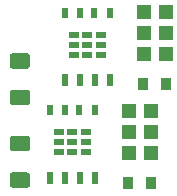
<source format=gbr>
%TF.GenerationSoftware,KiCad,Pcbnew,(5.1.9)-1*%
%TF.CreationDate,2021-11-14T21:39:45-06:00*%
%TF.ProjectId,BLDC_Cont,424c4443-5f43-46f6-9e74-2e6b69636164,rev?*%
%TF.SameCoordinates,Original*%
%TF.FileFunction,Paste,Bot*%
%TF.FilePolarity,Positive*%
%FSLAX46Y46*%
G04 Gerber Fmt 4.6, Leading zero omitted, Abs format (unit mm)*
G04 Created by KiCad (PCBNEW (5.1.9)-1) date 2021-11-14 21:39:45*
%MOMM*%
%LPD*%
G01*
G04 APERTURE LIST*
%ADD10R,0.900000X0.600000*%
%ADD11R,0.600000X0.900000*%
%ADD12R,0.600000X1.050000*%
%ADD13R,1.300000X1.200000*%
%ADD14R,0.950000X1.000000*%
G04 APERTURE END LIST*
D10*
%TO.C,Q1*%
X177165000Y-111375000D03*
D11*
X176565000Y-108675000D03*
D12*
X175255000Y-114395000D03*
X176525000Y-114395000D03*
X179075000Y-114395000D03*
X177805000Y-114395000D03*
D11*
X177765000Y-108675000D03*
X175285000Y-108675000D03*
X179045000Y-108675000D03*
D10*
X177165000Y-112225000D03*
X177165000Y-110525000D03*
X176015000Y-110525000D03*
X176015000Y-112225000D03*
X176015000Y-111375000D03*
X178315000Y-110525000D03*
X178315000Y-112225000D03*
X178315000Y-111375000D03*
%TD*%
D13*
%TO.C,D1*%
X183780000Y-108585000D03*
X181980000Y-108585000D03*
X183780000Y-110385000D03*
X183780000Y-112185000D03*
X181980000Y-110385000D03*
X181980000Y-112185000D03*
D14*
X183850000Y-114735000D03*
X181910000Y-114735000D03*
%TD*%
%TO.C,D2*%
X180640000Y-123095000D03*
X182580000Y-123095000D03*
D13*
X180710000Y-120545000D03*
X180710000Y-118745000D03*
X182510000Y-120545000D03*
X182510000Y-118745000D03*
X180710000Y-116945000D03*
X182510000Y-116945000D03*
%TD*%
D10*
%TO.C,Q2*%
X177045000Y-119630000D03*
X177045000Y-120480000D03*
X177045000Y-118780000D03*
X174745000Y-119630000D03*
X174745000Y-120480000D03*
X174745000Y-118780000D03*
X175895000Y-118780000D03*
X175895000Y-120480000D03*
D11*
X177775000Y-116930000D03*
X174015000Y-116930000D03*
X176495000Y-116930000D03*
D12*
X176535000Y-122650000D03*
X177805000Y-122650000D03*
X175255000Y-122650000D03*
X173985000Y-122650000D03*
D11*
X175295000Y-116930000D03*
D10*
X175895000Y-119630000D03*
%TD*%
%TO.C,R1*%
G36*
G01*
X172075001Y-116500000D02*
X170824999Y-116500000D01*
G75*
G02*
X170575000Y-116250001I0J249999D01*
G01*
X170575000Y-115449999D01*
G75*
G02*
X170824999Y-115200000I249999J0D01*
G01*
X172075001Y-115200000D01*
G75*
G02*
X172325000Y-115449999I0J-249999D01*
G01*
X172325000Y-116250001D01*
G75*
G02*
X172075001Y-116500000I-249999J0D01*
G01*
G37*
G36*
G01*
X172075001Y-113400000D02*
X170824999Y-113400000D01*
G75*
G02*
X170575000Y-113150001I0J249999D01*
G01*
X170575000Y-112349999D01*
G75*
G02*
X170824999Y-112100000I249999J0D01*
G01*
X172075001Y-112100000D01*
G75*
G02*
X172325000Y-112349999I0J-249999D01*
G01*
X172325000Y-113150001D01*
G75*
G02*
X172075001Y-113400000I-249999J0D01*
G01*
G37*
%TD*%
%TO.C,R2*%
G36*
G01*
X172075001Y-120385000D02*
X170824999Y-120385000D01*
G75*
G02*
X170575000Y-120135001I0J249999D01*
G01*
X170575000Y-119334999D01*
G75*
G02*
X170824999Y-119085000I249999J0D01*
G01*
X172075001Y-119085000D01*
G75*
G02*
X172325000Y-119334999I0J-249999D01*
G01*
X172325000Y-120135001D01*
G75*
G02*
X172075001Y-120385000I-249999J0D01*
G01*
G37*
G36*
G01*
X172075001Y-123485000D02*
X170824999Y-123485000D01*
G75*
G02*
X170575000Y-123235001I0J249999D01*
G01*
X170575000Y-122434999D01*
G75*
G02*
X170824999Y-122185000I249999J0D01*
G01*
X172075001Y-122185000D01*
G75*
G02*
X172325000Y-122434999I0J-249999D01*
G01*
X172325000Y-123235001D01*
G75*
G02*
X172075001Y-123485000I-249999J0D01*
G01*
G37*
%TD*%
M02*

</source>
